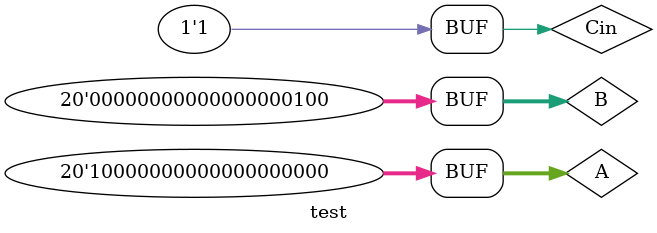
<source format=v>
`timescale 1ns / 1ps


module test;

	// Inputs
	reg [19:0] A;
	reg [19:0] B;
	reg Cin;

	// Outputs
	wire [19:0] Sum;
	wire Carry;
	wire OVF;

	// Instantiate the Unit Under Test (UUT)
	RCA_20 uut (
		.A(A), 
		.B(B), 
		.Cin(Cin), 
		.Sum(Sum), 
		.Carry(Carry), 
		.OVF(OVF)
	);

	initial begin
		// Initialize Inputs
	   //Addition with no oveflow (524287)+ (-524288) = should give -1
		A = (524287);
		B = (-524288);
		Cin = (0);
		#10;
		//subtraction with no overflow (524287) - 1 should give 524286
		A = (524287);
		B = (1);
		Cin = (1);
		#10;
		//Addition with overflow (-524287) + (-524288) should give overflow
		A = (-524287);
		B = (-524288);
		Cin = (0);
		#10;
		//Subtraction with Overflow (-524288) - (4) should give overflow
		A = (-524288);
		B = (4);
		Cin = (1);
		#10;
		

		
		

	end
      
endmodule


</source>
